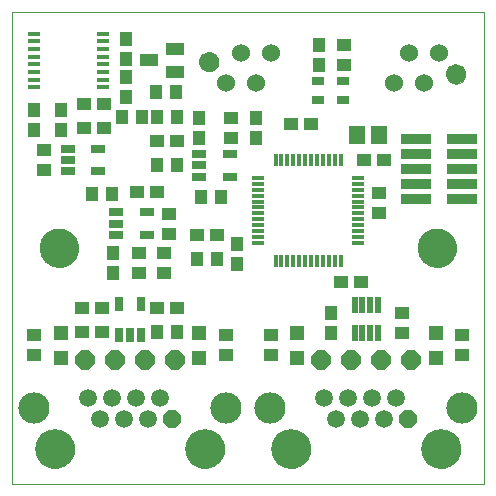
<source format=gts>
G75*
G70*
%OFA0B0*%
%FSLAX24Y24*%
%IPPOS*%
%LPD*%
%AMOC8*
5,1,8,0,0,1.08239X$1,22.5*
%
%ADD10C,0.0000*%
%ADD11C,0.1300*%
%ADD12R,0.0205X0.0552*%
%ADD13R,0.0138X0.0434*%
%ADD14R,0.0434X0.0138*%
%ADD15R,0.0512X0.0512*%
%ADD16R,0.0473X0.0434*%
%ADD17R,0.0434X0.0473*%
%ADD18R,0.0257X0.0512*%
%ADD19R,0.0985X0.0339*%
%ADD20R,0.0552X0.0631*%
%ADD21OC8,0.0590*%
%ADD22C,0.0590*%
%ADD23C,0.1040*%
%ADD24C,0.1320*%
%ADD25OC8,0.0640*%
%ADD26R,0.0394X0.0296*%
%ADD27C,0.0600*%
%ADD28C,0.0670*%
%ADD29R,0.0512X0.0257*%
%ADD30R,0.0430X0.0160*%
%ADD31R,0.0591X0.0434*%
D10*
X001274Y001049D02*
X001274Y016797D01*
X017022Y016797D01*
X017022Y001049D01*
X001274Y001049D01*
X002071Y002230D02*
X002073Y002280D01*
X002079Y002330D01*
X002089Y002379D01*
X002102Y002428D01*
X002120Y002475D01*
X002141Y002521D01*
X002165Y002564D01*
X002193Y002606D01*
X002224Y002646D01*
X002258Y002683D01*
X002295Y002717D01*
X002335Y002748D01*
X002377Y002776D01*
X002420Y002800D01*
X002466Y002821D01*
X002513Y002839D01*
X002562Y002852D01*
X002611Y002862D01*
X002661Y002868D01*
X002711Y002870D01*
X002761Y002868D01*
X002811Y002862D01*
X002860Y002852D01*
X002909Y002839D01*
X002956Y002821D01*
X003002Y002800D01*
X003045Y002776D01*
X003087Y002748D01*
X003127Y002717D01*
X003164Y002683D01*
X003198Y002646D01*
X003229Y002606D01*
X003257Y002564D01*
X003281Y002521D01*
X003302Y002475D01*
X003320Y002428D01*
X003333Y002379D01*
X003343Y002330D01*
X003349Y002280D01*
X003351Y002230D01*
X003349Y002180D01*
X003343Y002130D01*
X003333Y002081D01*
X003320Y002032D01*
X003302Y001985D01*
X003281Y001939D01*
X003257Y001896D01*
X003229Y001854D01*
X003198Y001814D01*
X003164Y001777D01*
X003127Y001743D01*
X003087Y001712D01*
X003045Y001684D01*
X003002Y001660D01*
X002956Y001639D01*
X002909Y001621D01*
X002860Y001608D01*
X002811Y001598D01*
X002761Y001592D01*
X002711Y001590D01*
X002661Y001592D01*
X002611Y001598D01*
X002562Y001608D01*
X002513Y001621D01*
X002466Y001639D01*
X002420Y001660D01*
X002377Y001684D01*
X002335Y001712D01*
X002295Y001743D01*
X002258Y001777D01*
X002224Y001814D01*
X002193Y001854D01*
X002165Y001896D01*
X002141Y001939D01*
X002120Y001985D01*
X002102Y002032D01*
X002089Y002081D01*
X002079Y002130D01*
X002073Y002180D01*
X002071Y002230D01*
X007071Y002230D02*
X007073Y002280D01*
X007079Y002330D01*
X007089Y002379D01*
X007102Y002428D01*
X007120Y002475D01*
X007141Y002521D01*
X007165Y002564D01*
X007193Y002606D01*
X007224Y002646D01*
X007258Y002683D01*
X007295Y002717D01*
X007335Y002748D01*
X007377Y002776D01*
X007420Y002800D01*
X007466Y002821D01*
X007513Y002839D01*
X007562Y002852D01*
X007611Y002862D01*
X007661Y002868D01*
X007711Y002870D01*
X007761Y002868D01*
X007811Y002862D01*
X007860Y002852D01*
X007909Y002839D01*
X007956Y002821D01*
X008002Y002800D01*
X008045Y002776D01*
X008087Y002748D01*
X008127Y002717D01*
X008164Y002683D01*
X008198Y002646D01*
X008229Y002606D01*
X008257Y002564D01*
X008281Y002521D01*
X008302Y002475D01*
X008320Y002428D01*
X008333Y002379D01*
X008343Y002330D01*
X008349Y002280D01*
X008351Y002230D01*
X008349Y002180D01*
X008343Y002130D01*
X008333Y002081D01*
X008320Y002032D01*
X008302Y001985D01*
X008281Y001939D01*
X008257Y001896D01*
X008229Y001854D01*
X008198Y001814D01*
X008164Y001777D01*
X008127Y001743D01*
X008087Y001712D01*
X008045Y001684D01*
X008002Y001660D01*
X007956Y001639D01*
X007909Y001621D01*
X007860Y001608D01*
X007811Y001598D01*
X007761Y001592D01*
X007711Y001590D01*
X007661Y001592D01*
X007611Y001598D01*
X007562Y001608D01*
X007513Y001621D01*
X007466Y001639D01*
X007420Y001660D01*
X007377Y001684D01*
X007335Y001712D01*
X007295Y001743D01*
X007258Y001777D01*
X007224Y001814D01*
X007193Y001854D01*
X007165Y001896D01*
X007141Y001939D01*
X007120Y001985D01*
X007102Y002032D01*
X007089Y002081D01*
X007079Y002130D01*
X007073Y002180D01*
X007071Y002230D01*
X009945Y002230D02*
X009947Y002280D01*
X009953Y002330D01*
X009963Y002379D01*
X009976Y002428D01*
X009994Y002475D01*
X010015Y002521D01*
X010039Y002564D01*
X010067Y002606D01*
X010098Y002646D01*
X010132Y002683D01*
X010169Y002717D01*
X010209Y002748D01*
X010251Y002776D01*
X010294Y002800D01*
X010340Y002821D01*
X010387Y002839D01*
X010436Y002852D01*
X010485Y002862D01*
X010535Y002868D01*
X010585Y002870D01*
X010635Y002868D01*
X010685Y002862D01*
X010734Y002852D01*
X010783Y002839D01*
X010830Y002821D01*
X010876Y002800D01*
X010919Y002776D01*
X010961Y002748D01*
X011001Y002717D01*
X011038Y002683D01*
X011072Y002646D01*
X011103Y002606D01*
X011131Y002564D01*
X011155Y002521D01*
X011176Y002475D01*
X011194Y002428D01*
X011207Y002379D01*
X011217Y002330D01*
X011223Y002280D01*
X011225Y002230D01*
X011223Y002180D01*
X011217Y002130D01*
X011207Y002081D01*
X011194Y002032D01*
X011176Y001985D01*
X011155Y001939D01*
X011131Y001896D01*
X011103Y001854D01*
X011072Y001814D01*
X011038Y001777D01*
X011001Y001743D01*
X010961Y001712D01*
X010919Y001684D01*
X010876Y001660D01*
X010830Y001639D01*
X010783Y001621D01*
X010734Y001608D01*
X010685Y001598D01*
X010635Y001592D01*
X010585Y001590D01*
X010535Y001592D01*
X010485Y001598D01*
X010436Y001608D01*
X010387Y001621D01*
X010340Y001639D01*
X010294Y001660D01*
X010251Y001684D01*
X010209Y001712D01*
X010169Y001743D01*
X010132Y001777D01*
X010098Y001814D01*
X010067Y001854D01*
X010039Y001896D01*
X010015Y001939D01*
X009994Y001985D01*
X009976Y002032D01*
X009963Y002081D01*
X009953Y002130D01*
X009947Y002180D01*
X009945Y002230D01*
X014945Y002230D02*
X014947Y002280D01*
X014953Y002330D01*
X014963Y002379D01*
X014976Y002428D01*
X014994Y002475D01*
X015015Y002521D01*
X015039Y002564D01*
X015067Y002606D01*
X015098Y002646D01*
X015132Y002683D01*
X015169Y002717D01*
X015209Y002748D01*
X015251Y002776D01*
X015294Y002800D01*
X015340Y002821D01*
X015387Y002839D01*
X015436Y002852D01*
X015485Y002862D01*
X015535Y002868D01*
X015585Y002870D01*
X015635Y002868D01*
X015685Y002862D01*
X015734Y002852D01*
X015783Y002839D01*
X015830Y002821D01*
X015876Y002800D01*
X015919Y002776D01*
X015961Y002748D01*
X016001Y002717D01*
X016038Y002683D01*
X016072Y002646D01*
X016103Y002606D01*
X016131Y002564D01*
X016155Y002521D01*
X016176Y002475D01*
X016194Y002428D01*
X016207Y002379D01*
X016217Y002330D01*
X016223Y002280D01*
X016225Y002230D01*
X016223Y002180D01*
X016217Y002130D01*
X016207Y002081D01*
X016194Y002032D01*
X016176Y001985D01*
X016155Y001939D01*
X016131Y001896D01*
X016103Y001854D01*
X016072Y001814D01*
X016038Y001777D01*
X016001Y001743D01*
X015961Y001712D01*
X015919Y001684D01*
X015876Y001660D01*
X015830Y001639D01*
X015783Y001621D01*
X015734Y001608D01*
X015685Y001598D01*
X015635Y001592D01*
X015585Y001590D01*
X015535Y001592D01*
X015485Y001598D01*
X015436Y001608D01*
X015387Y001621D01*
X015340Y001639D01*
X015294Y001660D01*
X015251Y001684D01*
X015209Y001712D01*
X015169Y001743D01*
X015132Y001777D01*
X015098Y001814D01*
X015067Y001854D01*
X015039Y001896D01*
X015015Y001939D01*
X014994Y001985D01*
X014976Y002032D01*
X014963Y002081D01*
X014953Y002130D01*
X014947Y002180D01*
X014945Y002230D01*
X014817Y008923D02*
X014819Y008973D01*
X014825Y009023D01*
X014835Y009072D01*
X014849Y009120D01*
X014866Y009167D01*
X014887Y009212D01*
X014912Y009256D01*
X014940Y009297D01*
X014972Y009336D01*
X015006Y009373D01*
X015043Y009407D01*
X015083Y009437D01*
X015125Y009464D01*
X015169Y009488D01*
X015215Y009509D01*
X015262Y009525D01*
X015310Y009538D01*
X015360Y009547D01*
X015409Y009552D01*
X015460Y009553D01*
X015510Y009550D01*
X015559Y009543D01*
X015608Y009532D01*
X015656Y009517D01*
X015702Y009499D01*
X015747Y009477D01*
X015790Y009451D01*
X015831Y009422D01*
X015870Y009390D01*
X015906Y009355D01*
X015938Y009317D01*
X015968Y009277D01*
X015995Y009234D01*
X016018Y009190D01*
X016037Y009144D01*
X016053Y009096D01*
X016065Y009047D01*
X016073Y008998D01*
X016077Y008948D01*
X016077Y008898D01*
X016073Y008848D01*
X016065Y008799D01*
X016053Y008750D01*
X016037Y008702D01*
X016018Y008656D01*
X015995Y008612D01*
X015968Y008569D01*
X015938Y008529D01*
X015906Y008491D01*
X015870Y008456D01*
X015831Y008424D01*
X015790Y008395D01*
X015747Y008369D01*
X015702Y008347D01*
X015656Y008329D01*
X015608Y008314D01*
X015559Y008303D01*
X015510Y008296D01*
X015460Y008293D01*
X015409Y008294D01*
X015360Y008299D01*
X015310Y008308D01*
X015262Y008321D01*
X015215Y008337D01*
X015169Y008358D01*
X015125Y008382D01*
X015083Y008409D01*
X015043Y008439D01*
X015006Y008473D01*
X014972Y008510D01*
X014940Y008549D01*
X014912Y008590D01*
X014887Y008634D01*
X014866Y008679D01*
X014849Y008726D01*
X014835Y008774D01*
X014825Y008823D01*
X014819Y008873D01*
X014817Y008923D01*
X015760Y014715D02*
X015762Y014750D01*
X015768Y014785D01*
X015778Y014819D01*
X015791Y014852D01*
X015808Y014883D01*
X015829Y014911D01*
X015852Y014938D01*
X015879Y014961D01*
X015907Y014982D01*
X015938Y014999D01*
X015971Y015012D01*
X016005Y015022D01*
X016040Y015028D01*
X016075Y015030D01*
X016110Y015028D01*
X016145Y015022D01*
X016179Y015012D01*
X016212Y014999D01*
X016243Y014982D01*
X016271Y014961D01*
X016298Y014938D01*
X016321Y014911D01*
X016342Y014883D01*
X016359Y014852D01*
X016372Y014819D01*
X016382Y014785D01*
X016388Y014750D01*
X016390Y014715D01*
X016388Y014680D01*
X016382Y014645D01*
X016372Y014611D01*
X016359Y014578D01*
X016342Y014547D01*
X016321Y014519D01*
X016298Y014492D01*
X016271Y014469D01*
X016243Y014448D01*
X016212Y014431D01*
X016179Y014418D01*
X016145Y014408D01*
X016110Y014402D01*
X016075Y014400D01*
X016040Y014402D01*
X016005Y014408D01*
X015971Y014418D01*
X015938Y014431D01*
X015907Y014448D01*
X015879Y014469D01*
X015852Y014492D01*
X015829Y014519D01*
X015808Y014547D01*
X015791Y014578D01*
X015778Y014611D01*
X015768Y014645D01*
X015762Y014680D01*
X015760Y014715D01*
X007532Y015133D02*
X007534Y015168D01*
X007540Y015203D01*
X007550Y015237D01*
X007563Y015270D01*
X007580Y015301D01*
X007601Y015329D01*
X007624Y015356D01*
X007651Y015379D01*
X007679Y015400D01*
X007710Y015417D01*
X007743Y015430D01*
X007777Y015440D01*
X007812Y015446D01*
X007847Y015448D01*
X007882Y015446D01*
X007917Y015440D01*
X007951Y015430D01*
X007984Y015417D01*
X008015Y015400D01*
X008043Y015379D01*
X008070Y015356D01*
X008093Y015329D01*
X008114Y015301D01*
X008131Y015270D01*
X008144Y015237D01*
X008154Y015203D01*
X008160Y015168D01*
X008162Y015133D01*
X008160Y015098D01*
X008154Y015063D01*
X008144Y015029D01*
X008131Y014996D01*
X008114Y014965D01*
X008093Y014937D01*
X008070Y014910D01*
X008043Y014887D01*
X008015Y014866D01*
X007984Y014849D01*
X007951Y014836D01*
X007917Y014826D01*
X007882Y014820D01*
X007847Y014818D01*
X007812Y014820D01*
X007777Y014826D01*
X007743Y014836D01*
X007710Y014849D01*
X007679Y014866D01*
X007651Y014887D01*
X007624Y014910D01*
X007601Y014937D01*
X007580Y014965D01*
X007563Y014996D01*
X007550Y015029D01*
X007540Y015063D01*
X007534Y015098D01*
X007532Y015133D01*
X002219Y008923D02*
X002221Y008973D01*
X002227Y009023D01*
X002237Y009072D01*
X002251Y009120D01*
X002268Y009167D01*
X002289Y009212D01*
X002314Y009256D01*
X002342Y009297D01*
X002374Y009336D01*
X002408Y009373D01*
X002445Y009407D01*
X002485Y009437D01*
X002527Y009464D01*
X002571Y009488D01*
X002617Y009509D01*
X002664Y009525D01*
X002712Y009538D01*
X002762Y009547D01*
X002811Y009552D01*
X002862Y009553D01*
X002912Y009550D01*
X002961Y009543D01*
X003010Y009532D01*
X003058Y009517D01*
X003104Y009499D01*
X003149Y009477D01*
X003192Y009451D01*
X003233Y009422D01*
X003272Y009390D01*
X003308Y009355D01*
X003340Y009317D01*
X003370Y009277D01*
X003397Y009234D01*
X003420Y009190D01*
X003439Y009144D01*
X003455Y009096D01*
X003467Y009047D01*
X003475Y008998D01*
X003479Y008948D01*
X003479Y008898D01*
X003475Y008848D01*
X003467Y008799D01*
X003455Y008750D01*
X003439Y008702D01*
X003420Y008656D01*
X003397Y008612D01*
X003370Y008569D01*
X003340Y008529D01*
X003308Y008491D01*
X003272Y008456D01*
X003233Y008424D01*
X003192Y008395D01*
X003149Y008369D01*
X003104Y008347D01*
X003058Y008329D01*
X003010Y008314D01*
X002961Y008303D01*
X002912Y008296D01*
X002862Y008293D01*
X002811Y008294D01*
X002762Y008299D01*
X002712Y008308D01*
X002664Y008321D01*
X002617Y008337D01*
X002571Y008358D01*
X002527Y008382D01*
X002485Y008409D01*
X002445Y008439D01*
X002408Y008473D01*
X002374Y008510D01*
X002342Y008549D01*
X002314Y008590D01*
X002289Y008634D01*
X002268Y008679D01*
X002251Y008726D01*
X002237Y008774D01*
X002227Y008823D01*
X002221Y008873D01*
X002219Y008923D01*
D11*
X002849Y008923D03*
X015447Y008923D03*
D12*
X013473Y007011D03*
X013217Y007011D03*
X012961Y007011D03*
X012705Y007011D03*
X012705Y006086D03*
X012961Y006086D03*
X013217Y006086D03*
X013473Y006086D03*
D13*
X012232Y008501D03*
X012035Y008501D03*
X011838Y008501D03*
X011641Y008501D03*
X011444Y008501D03*
X011247Y008501D03*
X011050Y008501D03*
X010854Y008501D03*
X010657Y008501D03*
X010460Y008501D03*
X010263Y008501D03*
X010066Y008501D03*
X010066Y011847D03*
X010263Y011847D03*
X010460Y011847D03*
X010657Y011847D03*
X010854Y011847D03*
X011050Y011847D03*
X011247Y011847D03*
X011444Y011847D03*
X011641Y011847D03*
X011838Y011847D03*
X012035Y011847D03*
X012232Y011847D03*
D14*
X012822Y011257D03*
X012822Y011060D03*
X012822Y010863D03*
X012822Y010666D03*
X012822Y010469D03*
X012822Y010272D03*
X012822Y010075D03*
X012822Y009879D03*
X012822Y009682D03*
X012822Y009485D03*
X012822Y009288D03*
X012822Y009091D03*
X009476Y009091D03*
X009476Y009288D03*
X009476Y009485D03*
X009476Y009682D03*
X009476Y009879D03*
X009476Y010075D03*
X009476Y010272D03*
X009476Y010469D03*
X009476Y010666D03*
X009476Y010863D03*
X009476Y011060D03*
X009476Y011257D03*
D15*
X010774Y006087D03*
X010774Y005261D03*
X007524Y005261D03*
X007524Y006087D03*
X002899Y006087D03*
X002899Y005261D03*
X015399Y005261D03*
X015399Y006087D03*
D16*
X016274Y006009D03*
X016274Y005339D03*
X014274Y006089D03*
X014274Y006759D03*
X012921Y007799D03*
X012252Y007799D03*
X013524Y010089D03*
X013524Y010759D03*
X013671Y011861D03*
X013002Y011861D03*
X011233Y013049D03*
X010564Y013049D03*
X008586Y013259D03*
X008586Y012589D03*
X006796Y012486D03*
X006127Y012486D03*
X006108Y010799D03*
X005439Y010799D03*
X006524Y010071D03*
X006524Y009402D03*
X006336Y008759D03*
X006336Y008089D03*
X005524Y008089D03*
X005524Y008759D03*
X006127Y006924D03*
X006796Y006924D03*
X008399Y006009D03*
X008399Y005339D03*
X009899Y005339D03*
X009899Y006009D03*
X008108Y009361D03*
X007439Y009361D03*
X004296Y006924D03*
X003627Y006924D03*
X003627Y006111D03*
X004296Y006111D03*
X002024Y006009D03*
X002024Y005339D03*
X002336Y011527D03*
X002336Y012196D03*
X003689Y012924D03*
X004358Y012924D03*
X004358Y013736D03*
X003689Y013736D03*
X012336Y015027D03*
X012336Y015696D03*
D17*
X011524Y015696D03*
X011524Y015027D03*
X009399Y013259D03*
X009399Y012589D03*
X007524Y012589D03*
X007524Y013259D03*
X006796Y013299D03*
X006127Y013299D03*
X005608Y013299D03*
X004939Y013299D03*
X005086Y013964D03*
X005086Y014634D03*
X005086Y015214D03*
X005086Y015884D03*
X006064Y014111D03*
X006733Y014111D03*
X006796Y011674D03*
X006127Y011674D03*
X007564Y010611D03*
X008233Y010611D03*
X008774Y009071D03*
X008774Y008402D03*
X008108Y008549D03*
X007439Y008549D03*
X006796Y006111D03*
X006127Y006111D03*
X004649Y008089D03*
X004649Y008759D03*
X004608Y010736D03*
X003939Y010736D03*
X002899Y012839D03*
X002899Y013509D03*
X002024Y013509D03*
X002024Y012839D03*
X011899Y006759D03*
X011899Y006089D03*
D18*
X005585Y006037D03*
X005211Y006037D03*
X004837Y006037D03*
X004837Y007061D03*
X005585Y007061D03*
D19*
X014756Y010549D03*
X014756Y011049D03*
X014756Y011549D03*
X014756Y012049D03*
X014756Y012549D03*
X016292Y012549D03*
X016292Y012049D03*
X016292Y011549D03*
X016292Y011049D03*
X016292Y010549D03*
D20*
X013523Y012674D03*
X012775Y012674D03*
D21*
X014485Y003230D03*
X006611Y003230D03*
D22*
X005811Y003230D03*
X005011Y003230D03*
X004211Y003230D03*
X004611Y003930D03*
X005411Y003930D03*
X006211Y003930D03*
X003811Y003930D03*
X011685Y003930D03*
X012485Y003930D03*
X013285Y003930D03*
X014085Y003930D03*
X013685Y003230D03*
X012885Y003230D03*
X012085Y003230D03*
D23*
X009895Y003580D03*
X008401Y003580D03*
X002021Y003580D03*
X016275Y003580D03*
D24*
X015585Y002230D03*
X010585Y002230D03*
X007711Y002230D03*
X002711Y002230D03*
D25*
X003711Y005174D03*
X004711Y005174D03*
X005711Y005174D03*
X006711Y005174D03*
X011586Y005174D03*
X012586Y005174D03*
X013586Y005174D03*
X014586Y005174D03*
D26*
X012312Y013849D03*
X012312Y014499D03*
X011485Y014499D03*
X011485Y013849D03*
D27*
X009898Y015424D03*
X008898Y015424D03*
X009398Y014424D03*
X008398Y014424D03*
X014024Y014424D03*
X015024Y014424D03*
X015524Y015424D03*
X014524Y015424D03*
D28*
X016075Y014715D03*
X007847Y015133D03*
D29*
X007512Y012048D03*
X007512Y011674D03*
X007512Y011300D03*
X008536Y011300D03*
X008536Y012048D03*
X005786Y010110D03*
X005786Y009362D03*
X004762Y009362D03*
X004762Y009736D03*
X004762Y010110D03*
X004161Y011487D03*
X004161Y012235D03*
X003137Y012235D03*
X003137Y011861D03*
X003137Y011487D03*
D30*
X002000Y014278D03*
X002000Y014534D03*
X002000Y014790D03*
X002000Y015046D03*
X002000Y015302D03*
X002000Y015558D03*
X002000Y015814D03*
X002000Y016070D03*
X004298Y016070D03*
X004298Y015814D03*
X004298Y015558D03*
X004298Y015302D03*
X004298Y015046D03*
X004298Y014790D03*
X004298Y014534D03*
X004298Y014278D03*
D31*
X005841Y015174D03*
X006707Y015548D03*
X006707Y014800D03*
M02*

</source>
